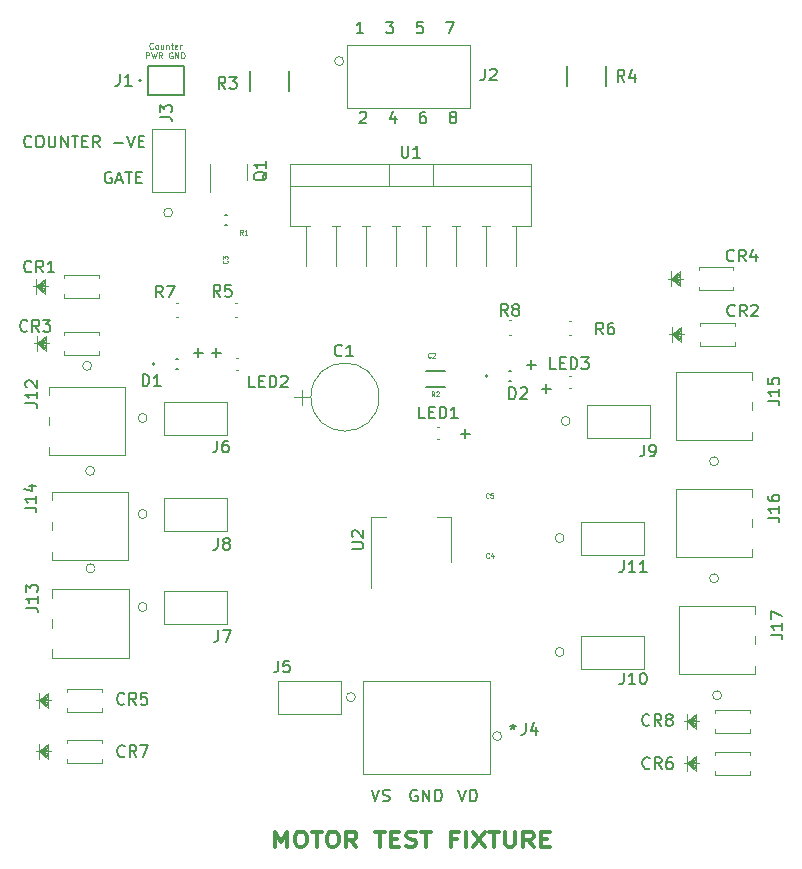
<source format=gto>
%TF.GenerationSoftware,KiCad,Pcbnew,(6.0.9)*%
%TF.CreationDate,2022-12-21T18:09:38-05:00*%
%TF.ProjectId,MotorTestingFixture,4d6f746f-7254-4657-9374-696e67466978,v1*%
%TF.SameCoordinates,Original*%
%TF.FileFunction,Legend,Top*%
%TF.FilePolarity,Positive*%
%FSLAX46Y46*%
G04 Gerber Fmt 4.6, Leading zero omitted, Abs format (unit mm)*
G04 Created by KiCad (PCBNEW (6.0.9)) date 2022-12-21 18:09:38*
%MOMM*%
%LPD*%
G01*
G04 APERTURE LIST*
%ADD10C,0.150000*%
%ADD11C,0.300000*%
%ADD12C,0.100000*%
%ADD13C,0.098425*%
%ADD14C,0.103985*%
%ADD15C,0.120000*%
%ADD16C,0.127000*%
%ADD17C,0.200000*%
G04 APERTURE END LIST*
D10*
X127285714Y-42870380D02*
X126714285Y-42870380D01*
X127000000Y-42870380D02*
X127000000Y-41870380D01*
X126904761Y-42013238D01*
X126809523Y-42108476D01*
X126714285Y-42156095D01*
X127968476Y-106894380D02*
X128301809Y-107894380D01*
X128635142Y-106894380D01*
X128920857Y-107846761D02*
X129063714Y-107894380D01*
X129301809Y-107894380D01*
X129397047Y-107846761D01*
X129444666Y-107799142D01*
X129492285Y-107703904D01*
X129492285Y-107608666D01*
X129444666Y-107513428D01*
X129397047Y-107465809D01*
X129301809Y-107418190D01*
X129111333Y-107370571D01*
X129016095Y-107322952D01*
X128968476Y-107275333D01*
X128920857Y-107180095D01*
X128920857Y-107084857D01*
X128968476Y-106989619D01*
X129016095Y-106942000D01*
X129111333Y-106894380D01*
X129349428Y-106894380D01*
X129492285Y-106942000D01*
X126968285Y-49585619D02*
X127015904Y-49538000D01*
X127111142Y-49490380D01*
X127349238Y-49490380D01*
X127444476Y-49538000D01*
X127492095Y-49585619D01*
X127539714Y-49680857D01*
X127539714Y-49776095D01*
X127492095Y-49918952D01*
X126920666Y-50490380D01*
X127539714Y-50490380D01*
X134286666Y-41870380D02*
X134953333Y-41870380D01*
X134524761Y-42870380D01*
X105934000Y-54618000D02*
X105838761Y-54570380D01*
X105695904Y-54570380D01*
X105553047Y-54618000D01*
X105457809Y-54713238D01*
X105410190Y-54808476D01*
X105362571Y-54998952D01*
X105362571Y-55141809D01*
X105410190Y-55332285D01*
X105457809Y-55427523D01*
X105553047Y-55522761D01*
X105695904Y-55570380D01*
X105791142Y-55570380D01*
X105934000Y-55522761D01*
X105981619Y-55475142D01*
X105981619Y-55141809D01*
X105791142Y-55141809D01*
X106362571Y-55284666D02*
X106838761Y-55284666D01*
X106267333Y-55570380D02*
X106600666Y-54570380D01*
X106934000Y-55570380D01*
X107124476Y-54570380D02*
X107695904Y-54570380D01*
X107410190Y-55570380D02*
X107410190Y-54570380D01*
X108029238Y-55046571D02*
X108362571Y-55046571D01*
X108505428Y-55570380D02*
X108029238Y-55570380D01*
X108029238Y-54570380D01*
X108505428Y-54570380D01*
D11*
X119828571Y-111715476D02*
X119828571Y-110465476D01*
X120328571Y-111358333D01*
X120828571Y-110465476D01*
X120828571Y-111715476D01*
X121828571Y-110465476D02*
X122114285Y-110465476D01*
X122257142Y-110525000D01*
X122400000Y-110644047D01*
X122471428Y-110882142D01*
X122471428Y-111298809D01*
X122400000Y-111536904D01*
X122257142Y-111655952D01*
X122114285Y-111715476D01*
X121828571Y-111715476D01*
X121685714Y-111655952D01*
X121542857Y-111536904D01*
X121471428Y-111298809D01*
X121471428Y-110882142D01*
X121542857Y-110644047D01*
X121685714Y-110525000D01*
X121828571Y-110465476D01*
X122900000Y-110465476D02*
X123757142Y-110465476D01*
X123328571Y-111715476D02*
X123328571Y-110465476D01*
X124542857Y-110465476D02*
X124828571Y-110465476D01*
X124971428Y-110525000D01*
X125114285Y-110644047D01*
X125185714Y-110882142D01*
X125185714Y-111298809D01*
X125114285Y-111536904D01*
X124971428Y-111655952D01*
X124828571Y-111715476D01*
X124542857Y-111715476D01*
X124400000Y-111655952D01*
X124257142Y-111536904D01*
X124185714Y-111298809D01*
X124185714Y-110882142D01*
X124257142Y-110644047D01*
X124400000Y-110525000D01*
X124542857Y-110465476D01*
X126685714Y-111715476D02*
X126185714Y-111120238D01*
X125828571Y-111715476D02*
X125828571Y-110465476D01*
X126400000Y-110465476D01*
X126542857Y-110525000D01*
X126614285Y-110584523D01*
X126685714Y-110703571D01*
X126685714Y-110882142D01*
X126614285Y-111001190D01*
X126542857Y-111060714D01*
X126400000Y-111120238D01*
X125828571Y-111120238D01*
X128257142Y-110465476D02*
X129114285Y-110465476D01*
X128685714Y-111715476D02*
X128685714Y-110465476D01*
X129614285Y-111060714D02*
X130114285Y-111060714D01*
X130328571Y-111715476D02*
X129614285Y-111715476D01*
X129614285Y-110465476D01*
X130328571Y-110465476D01*
X130900000Y-111655952D02*
X131114285Y-111715476D01*
X131471428Y-111715476D01*
X131614285Y-111655952D01*
X131685714Y-111596428D01*
X131757142Y-111477380D01*
X131757142Y-111358333D01*
X131685714Y-111239285D01*
X131614285Y-111179761D01*
X131471428Y-111120238D01*
X131185714Y-111060714D01*
X131042857Y-111001190D01*
X130971428Y-110941666D01*
X130900000Y-110822619D01*
X130900000Y-110703571D01*
X130971428Y-110584523D01*
X131042857Y-110525000D01*
X131185714Y-110465476D01*
X131542857Y-110465476D01*
X131757142Y-110525000D01*
X132185714Y-110465476D02*
X133042857Y-110465476D01*
X132614285Y-111715476D02*
X132614285Y-110465476D01*
X135185714Y-111060714D02*
X134685714Y-111060714D01*
X134685714Y-111715476D02*
X134685714Y-110465476D01*
X135400000Y-110465476D01*
X135971428Y-111715476D02*
X135971428Y-110465476D01*
X136542857Y-110465476D02*
X137542857Y-111715476D01*
X137542857Y-110465476D02*
X136542857Y-111715476D01*
X137900000Y-110465476D02*
X138757142Y-110465476D01*
X138328571Y-111715476D02*
X138328571Y-110465476D01*
X139257142Y-110465476D02*
X139257142Y-111477380D01*
X139328571Y-111596428D01*
X139400000Y-111655952D01*
X139542857Y-111715476D01*
X139828571Y-111715476D01*
X139971428Y-111655952D01*
X140042857Y-111596428D01*
X140114285Y-111477380D01*
X140114285Y-110465476D01*
X141685714Y-111715476D02*
X141185714Y-111120238D01*
X140828571Y-111715476D02*
X140828571Y-110465476D01*
X141400000Y-110465476D01*
X141542857Y-110525000D01*
X141614285Y-110584523D01*
X141685714Y-110703571D01*
X141685714Y-110882142D01*
X141614285Y-111001190D01*
X141542857Y-111060714D01*
X141400000Y-111120238D01*
X140828571Y-111120238D01*
X142328571Y-111060714D02*
X142828571Y-111060714D01*
X143042857Y-111715476D02*
X142328571Y-111715476D01*
X142328571Y-110465476D01*
X143042857Y-110465476D01*
D10*
X135310666Y-106894380D02*
X135644000Y-107894380D01*
X135977333Y-106894380D01*
X136310666Y-107894380D02*
X136310666Y-106894380D01*
X136548761Y-106894380D01*
X136691619Y-106942000D01*
X136786857Y-107037238D01*
X136834476Y-107132476D01*
X136882095Y-107322952D01*
X136882095Y-107465809D01*
X136834476Y-107656285D01*
X136786857Y-107751523D01*
X136691619Y-107846761D01*
X136548761Y-107894380D01*
X136310666Y-107894380D01*
X129984476Y-49823714D02*
X129984476Y-50490380D01*
X129746380Y-49442761D02*
X129508285Y-50157047D01*
X130127333Y-50157047D01*
X141097047Y-70937428D02*
X141858952Y-70937428D01*
X141478000Y-71318380D02*
X141478000Y-70556476D01*
X142367047Y-72969428D02*
X143128952Y-72969428D01*
X142748000Y-73350380D02*
X142748000Y-72588476D01*
X113664952Y-69921428D02*
X112903047Y-69921428D01*
X113284000Y-70302380D02*
X113284000Y-69540476D01*
X99155809Y-52427142D02*
X99108190Y-52474761D01*
X98965333Y-52522380D01*
X98870095Y-52522380D01*
X98727238Y-52474761D01*
X98632000Y-52379523D01*
X98584380Y-52284285D01*
X98536761Y-52093809D01*
X98536761Y-51950952D01*
X98584380Y-51760476D01*
X98632000Y-51665238D01*
X98727238Y-51570000D01*
X98870095Y-51522380D01*
X98965333Y-51522380D01*
X99108190Y-51570000D01*
X99155809Y-51617619D01*
X99774857Y-51522380D02*
X99965333Y-51522380D01*
X100060571Y-51570000D01*
X100155809Y-51665238D01*
X100203428Y-51855714D01*
X100203428Y-52189047D01*
X100155809Y-52379523D01*
X100060571Y-52474761D01*
X99965333Y-52522380D01*
X99774857Y-52522380D01*
X99679619Y-52474761D01*
X99584380Y-52379523D01*
X99536761Y-52189047D01*
X99536761Y-51855714D01*
X99584380Y-51665238D01*
X99679619Y-51570000D01*
X99774857Y-51522380D01*
X100632000Y-51522380D02*
X100632000Y-52331904D01*
X100679619Y-52427142D01*
X100727238Y-52474761D01*
X100822476Y-52522380D01*
X101012952Y-52522380D01*
X101108190Y-52474761D01*
X101155809Y-52427142D01*
X101203428Y-52331904D01*
X101203428Y-51522380D01*
X101679619Y-52522380D02*
X101679619Y-51522380D01*
X102251047Y-52522380D01*
X102251047Y-51522380D01*
X102584380Y-51522380D02*
X103155809Y-51522380D01*
X102870095Y-52522380D02*
X102870095Y-51522380D01*
X103489142Y-51998571D02*
X103822476Y-51998571D01*
X103965333Y-52522380D02*
X103489142Y-52522380D01*
X103489142Y-51522380D01*
X103965333Y-51522380D01*
X104965333Y-52522380D02*
X104632000Y-52046190D01*
X104393904Y-52522380D02*
X104393904Y-51522380D01*
X104774857Y-51522380D01*
X104870095Y-51570000D01*
X104917714Y-51617619D01*
X104965333Y-51712857D01*
X104965333Y-51855714D01*
X104917714Y-51950952D01*
X104870095Y-51998571D01*
X104774857Y-52046190D01*
X104393904Y-52046190D01*
X106155809Y-52141428D02*
X106917714Y-52141428D01*
X107251047Y-51522380D02*
X107584380Y-52522380D01*
X107917714Y-51522380D01*
X108251047Y-51998571D02*
X108584380Y-51998571D01*
X108727238Y-52522380D02*
X108251047Y-52522380D01*
X108251047Y-51522380D01*
X108727238Y-51522380D01*
X115188952Y-69921428D02*
X114427047Y-69921428D01*
X114808000Y-70302380D02*
X114808000Y-69540476D01*
X134778761Y-49918952D02*
X134683523Y-49871333D01*
X134635904Y-49823714D01*
X134588285Y-49728476D01*
X134588285Y-49680857D01*
X134635904Y-49585619D01*
X134683523Y-49538000D01*
X134778761Y-49490380D01*
X134969238Y-49490380D01*
X135064476Y-49538000D01*
X135112095Y-49585619D01*
X135159714Y-49680857D01*
X135159714Y-49728476D01*
X135112095Y-49823714D01*
X135064476Y-49871333D01*
X134969238Y-49918952D01*
X134778761Y-49918952D01*
X134683523Y-49966571D01*
X134635904Y-50014190D01*
X134588285Y-50109428D01*
X134588285Y-50299904D01*
X134635904Y-50395142D01*
X134683523Y-50442761D01*
X134778761Y-50490380D01*
X134969238Y-50490380D01*
X135064476Y-50442761D01*
X135112095Y-50395142D01*
X135159714Y-50299904D01*
X135159714Y-50109428D01*
X135112095Y-50014190D01*
X135064476Y-49966571D01*
X134969238Y-49918952D01*
X129206666Y-41870380D02*
X129825714Y-41870380D01*
X129492380Y-42251333D01*
X129635238Y-42251333D01*
X129730476Y-42298952D01*
X129778095Y-42346571D01*
X129825714Y-42441809D01*
X129825714Y-42679904D01*
X129778095Y-42775142D01*
X129730476Y-42822761D01*
X129635238Y-42870380D01*
X129349523Y-42870380D01*
X129254285Y-42822761D01*
X129206666Y-42775142D01*
X132318095Y-41870380D02*
X131841904Y-41870380D01*
X131794285Y-42346571D01*
X131841904Y-42298952D01*
X131937142Y-42251333D01*
X132175238Y-42251333D01*
X132270476Y-42298952D01*
X132318095Y-42346571D01*
X132365714Y-42441809D01*
X132365714Y-42679904D01*
X132318095Y-42775142D01*
X132270476Y-42822761D01*
X132175238Y-42870380D01*
X131937142Y-42870380D01*
X131841904Y-42822761D01*
X131794285Y-42775142D01*
X132524476Y-49490380D02*
X132334000Y-49490380D01*
X132238761Y-49538000D01*
X132191142Y-49585619D01*
X132095904Y-49728476D01*
X132048285Y-49918952D01*
X132048285Y-50299904D01*
X132095904Y-50395142D01*
X132143523Y-50442761D01*
X132238761Y-50490380D01*
X132429238Y-50490380D01*
X132524476Y-50442761D01*
X132572095Y-50395142D01*
X132619714Y-50299904D01*
X132619714Y-50061809D01*
X132572095Y-49966571D01*
X132524476Y-49918952D01*
X132429238Y-49871333D01*
X132238761Y-49871333D01*
X132143523Y-49918952D01*
X132095904Y-49966571D01*
X132048285Y-50061809D01*
D12*
X109464285Y-44126071D02*
X109440476Y-44149880D01*
X109369047Y-44173690D01*
X109321428Y-44173690D01*
X109250000Y-44149880D01*
X109202380Y-44102261D01*
X109178571Y-44054642D01*
X109154761Y-43959404D01*
X109154761Y-43887976D01*
X109178571Y-43792738D01*
X109202380Y-43745119D01*
X109250000Y-43697500D01*
X109321428Y-43673690D01*
X109369047Y-43673690D01*
X109440476Y-43697500D01*
X109464285Y-43721309D01*
X109750000Y-44173690D02*
X109702380Y-44149880D01*
X109678571Y-44126071D01*
X109654761Y-44078452D01*
X109654761Y-43935595D01*
X109678571Y-43887976D01*
X109702380Y-43864166D01*
X109750000Y-43840357D01*
X109821428Y-43840357D01*
X109869047Y-43864166D01*
X109892857Y-43887976D01*
X109916666Y-43935595D01*
X109916666Y-44078452D01*
X109892857Y-44126071D01*
X109869047Y-44149880D01*
X109821428Y-44173690D01*
X109750000Y-44173690D01*
X110345238Y-43840357D02*
X110345238Y-44173690D01*
X110130952Y-43840357D02*
X110130952Y-44102261D01*
X110154761Y-44149880D01*
X110202380Y-44173690D01*
X110273809Y-44173690D01*
X110321428Y-44149880D01*
X110345238Y-44126071D01*
X110583333Y-43840357D02*
X110583333Y-44173690D01*
X110583333Y-43887976D02*
X110607142Y-43864166D01*
X110654761Y-43840357D01*
X110726190Y-43840357D01*
X110773809Y-43864166D01*
X110797619Y-43911785D01*
X110797619Y-44173690D01*
X110964285Y-43840357D02*
X111154761Y-43840357D01*
X111035714Y-43673690D02*
X111035714Y-44102261D01*
X111059523Y-44149880D01*
X111107142Y-44173690D01*
X111154761Y-44173690D01*
X111511904Y-44149880D02*
X111464285Y-44173690D01*
X111369047Y-44173690D01*
X111321428Y-44149880D01*
X111297619Y-44102261D01*
X111297619Y-43911785D01*
X111321428Y-43864166D01*
X111369047Y-43840357D01*
X111464285Y-43840357D01*
X111511904Y-43864166D01*
X111535714Y-43911785D01*
X111535714Y-43959404D01*
X111297619Y-44007023D01*
X111750000Y-44173690D02*
X111750000Y-43840357D01*
X111750000Y-43935595D02*
X111773809Y-43887976D01*
X111797619Y-43864166D01*
X111845238Y-43840357D01*
X111892857Y-43840357D01*
X108880952Y-44978690D02*
X108880952Y-44478690D01*
X109071428Y-44478690D01*
X109119047Y-44502500D01*
X109142857Y-44526309D01*
X109166666Y-44573928D01*
X109166666Y-44645357D01*
X109142857Y-44692976D01*
X109119047Y-44716785D01*
X109071428Y-44740595D01*
X108880952Y-44740595D01*
X109333333Y-44478690D02*
X109452380Y-44978690D01*
X109547619Y-44621547D01*
X109642857Y-44978690D01*
X109761904Y-44478690D01*
X110238095Y-44978690D02*
X110071428Y-44740595D01*
X109952380Y-44978690D02*
X109952380Y-44478690D01*
X110142857Y-44478690D01*
X110190476Y-44502500D01*
X110214285Y-44526309D01*
X110238095Y-44573928D01*
X110238095Y-44645357D01*
X110214285Y-44692976D01*
X110190476Y-44716785D01*
X110142857Y-44740595D01*
X109952380Y-44740595D01*
X111095238Y-44502500D02*
X111047619Y-44478690D01*
X110976190Y-44478690D01*
X110904761Y-44502500D01*
X110857142Y-44550119D01*
X110833333Y-44597738D01*
X110809523Y-44692976D01*
X110809523Y-44764404D01*
X110833333Y-44859642D01*
X110857142Y-44907261D01*
X110904761Y-44954880D01*
X110976190Y-44978690D01*
X111023809Y-44978690D01*
X111095238Y-44954880D01*
X111119047Y-44931071D01*
X111119047Y-44764404D01*
X111023809Y-44764404D01*
X111333333Y-44978690D02*
X111333333Y-44478690D01*
X111619047Y-44978690D01*
X111619047Y-44478690D01*
X111857142Y-44978690D02*
X111857142Y-44478690D01*
X111976190Y-44478690D01*
X112047619Y-44502500D01*
X112095238Y-44550119D01*
X112119047Y-44597738D01*
X112142857Y-44692976D01*
X112142857Y-44764404D01*
X112119047Y-44859642D01*
X112095238Y-44907261D01*
X112047619Y-44954880D01*
X111976190Y-44978690D01*
X111857142Y-44978690D01*
D10*
X131826095Y-106942000D02*
X131730857Y-106894380D01*
X131588000Y-106894380D01*
X131445142Y-106942000D01*
X131349904Y-107037238D01*
X131302285Y-107132476D01*
X131254666Y-107322952D01*
X131254666Y-107465809D01*
X131302285Y-107656285D01*
X131349904Y-107751523D01*
X131445142Y-107846761D01*
X131588000Y-107894380D01*
X131683238Y-107894380D01*
X131826095Y-107846761D01*
X131873714Y-107799142D01*
X131873714Y-107465809D01*
X131683238Y-107465809D01*
X132302285Y-107894380D02*
X132302285Y-106894380D01*
X132873714Y-107894380D01*
X132873714Y-106894380D01*
X133349904Y-107894380D02*
X133349904Y-106894380D01*
X133588000Y-106894380D01*
X133730857Y-106942000D01*
X133826095Y-107037238D01*
X133873714Y-107132476D01*
X133921333Y-107322952D01*
X133921333Y-107465809D01*
X133873714Y-107656285D01*
X133826095Y-107751523D01*
X133730857Y-107846761D01*
X133588000Y-107894380D01*
X133349904Y-107894380D01*
X135509047Y-76779428D02*
X136270952Y-76779428D01*
X135890000Y-77160380D02*
X135890000Y-76398476D01*
%TO.C,J4*%
X141024667Y-101244380D02*
X141024667Y-101958666D01*
X140977048Y-102101523D01*
X140881810Y-102196761D01*
X140738953Y-102244380D01*
X140643715Y-102244380D01*
X141929429Y-101577714D02*
X141929429Y-102244380D01*
X141691334Y-101196761D02*
X141453239Y-101911047D01*
X142072286Y-101911047D01*
X139918001Y-101344380D02*
X139918001Y-101582476D01*
X139679905Y-101487238D02*
X139918001Y-101582476D01*
X140156096Y-101487238D01*
X139775143Y-101772952D02*
X139918001Y-101582476D01*
X140060858Y-101772952D01*
D13*
%TO.C,C3*%
X115744607Y-62103616D02*
X115763355Y-62122364D01*
X115782102Y-62178607D01*
X115782102Y-62216102D01*
X115763355Y-62272345D01*
X115725859Y-62309841D01*
X115688364Y-62328588D01*
X115613373Y-62347336D01*
X115557130Y-62347336D01*
X115482140Y-62328588D01*
X115444644Y-62309841D01*
X115407149Y-62272345D01*
X115388401Y-62216102D01*
X115388401Y-62178607D01*
X115407149Y-62122364D01*
X115425897Y-62103616D01*
X115388401Y-61972383D02*
X115388401Y-61728663D01*
X115538383Y-61859897D01*
X115538383Y-61803654D01*
X115557130Y-61766158D01*
X115575878Y-61747411D01*
X115613373Y-61728663D01*
X115707112Y-61728663D01*
X115744607Y-61747411D01*
X115763355Y-61766158D01*
X115782102Y-61803654D01*
X115782102Y-61916140D01*
X115763355Y-61953635D01*
X115744607Y-61972383D01*
D10*
%TO.C,D2*%
X139629777Y-73835684D02*
X139629777Y-72832802D01*
X139868559Y-72832802D01*
X140011827Y-72880559D01*
X140107340Y-72976071D01*
X140155096Y-73071584D01*
X140202853Y-73262609D01*
X140202853Y-73405878D01*
X140155096Y-73596903D01*
X140107340Y-73692415D01*
X140011827Y-73787928D01*
X139868559Y-73835684D01*
X139629777Y-73835684D01*
X140584903Y-72928315D02*
X140632659Y-72880559D01*
X140728172Y-72832802D01*
X140966953Y-72832802D01*
X141062466Y-72880559D01*
X141110222Y-72928315D01*
X141157978Y-73023827D01*
X141157978Y-73119340D01*
X141110222Y-73262609D01*
X140537147Y-73835684D01*
X141157978Y-73835684D01*
%TO.C,CR4*%
X158652733Y-62080492D02*
X158605114Y-62128111D01*
X158462257Y-62175730D01*
X158367019Y-62175730D01*
X158224161Y-62128111D01*
X158128923Y-62032873D01*
X158081304Y-61937635D01*
X158033685Y-61747159D01*
X158033685Y-61604302D01*
X158081304Y-61413826D01*
X158128923Y-61318588D01*
X158224161Y-61223350D01*
X158367019Y-61175730D01*
X158462257Y-61175730D01*
X158605114Y-61223350D01*
X158652733Y-61270969D01*
X159652733Y-62175730D02*
X159319400Y-61699540D01*
X159081304Y-62175730D02*
X159081304Y-61175730D01*
X159462257Y-61175730D01*
X159557495Y-61223350D01*
X159605114Y-61270969D01*
X159652733Y-61366207D01*
X159652733Y-61509064D01*
X159605114Y-61604302D01*
X159557495Y-61651921D01*
X159462257Y-61699540D01*
X159081304Y-61699540D01*
X160509876Y-61509064D02*
X160509876Y-62175730D01*
X160271780Y-61128111D02*
X160033685Y-61842397D01*
X160652733Y-61842397D01*
%TO.C,C1*%
X125457333Y-70127142D02*
X125409714Y-70174761D01*
X125266857Y-70222380D01*
X125171619Y-70222380D01*
X125028761Y-70174761D01*
X124933523Y-70079523D01*
X124885904Y-69984285D01*
X124838285Y-69793809D01*
X124838285Y-69650952D01*
X124885904Y-69460476D01*
X124933523Y-69365238D01*
X125028761Y-69270000D01*
X125171619Y-69222380D01*
X125266857Y-69222380D01*
X125409714Y-69270000D01*
X125457333Y-69317619D01*
X126409714Y-70222380D02*
X125838285Y-70222380D01*
X126124000Y-70222380D02*
X126124000Y-69222380D01*
X126028761Y-69365238D01*
X125933523Y-69460476D01*
X125838285Y-69508095D01*
%TO.C,LED3*%
X143580952Y-71292380D02*
X143104761Y-71292380D01*
X143104761Y-70292380D01*
X143914285Y-70768571D02*
X144247619Y-70768571D01*
X144390476Y-71292380D02*
X143914285Y-71292380D01*
X143914285Y-70292380D01*
X144390476Y-70292380D01*
X144819047Y-71292380D02*
X144819047Y-70292380D01*
X145057142Y-70292380D01*
X145200000Y-70340000D01*
X145295238Y-70435238D01*
X145342857Y-70530476D01*
X145390476Y-70720952D01*
X145390476Y-70863809D01*
X145342857Y-71054285D01*
X145295238Y-71149523D01*
X145200000Y-71244761D01*
X145057142Y-71292380D01*
X144819047Y-71292380D01*
X145723809Y-70292380D02*
X146342857Y-70292380D01*
X146009523Y-70673333D01*
X146152380Y-70673333D01*
X146247619Y-70720952D01*
X146295238Y-70768571D01*
X146342857Y-70863809D01*
X146342857Y-71101904D01*
X146295238Y-71197142D01*
X146247619Y-71244761D01*
X146152380Y-71292380D01*
X145866666Y-71292380D01*
X145771428Y-71244761D01*
X145723809Y-71197142D01*
%TO.C,J10*%
X149304476Y-96988380D02*
X149304476Y-97702666D01*
X149256857Y-97845523D01*
X149161619Y-97940761D01*
X149018761Y-97988380D01*
X148923523Y-97988380D01*
X150304476Y-97988380D02*
X149733047Y-97988380D01*
X150018761Y-97988380D02*
X150018761Y-96988380D01*
X149923523Y-97131238D01*
X149828285Y-97226476D01*
X149733047Y-97274095D01*
X150923523Y-96988380D02*
X151018761Y-96988380D01*
X151114000Y-97036000D01*
X151161619Y-97083619D01*
X151209238Y-97178857D01*
X151256857Y-97369333D01*
X151256857Y-97607428D01*
X151209238Y-97797904D01*
X151161619Y-97893142D01*
X151114000Y-97940761D01*
X151018761Y-97988380D01*
X150923523Y-97988380D01*
X150828285Y-97940761D01*
X150780666Y-97893142D01*
X150733047Y-97797904D01*
X150685428Y-97607428D01*
X150685428Y-97369333D01*
X150733047Y-97178857D01*
X150780666Y-97083619D01*
X150828285Y-97036000D01*
X150923523Y-96988380D01*
%TO.C,J13*%
X98699881Y-91486523D02*
X99414167Y-91486523D01*
X99557024Y-91534142D01*
X99652262Y-91629380D01*
X99699881Y-91772238D01*
X99699881Y-91867476D01*
X99699881Y-90486523D02*
X99699881Y-91057952D01*
X99699881Y-90772238D02*
X98699881Y-90772238D01*
X98842739Y-90867476D01*
X98937977Y-90962714D01*
X98985596Y-91057952D01*
X98699881Y-90153190D02*
X98699881Y-89534142D01*
X99080834Y-89867476D01*
X99080834Y-89724619D01*
X99128453Y-89629380D01*
X99176072Y-89581761D01*
X99271310Y-89534142D01*
X99509405Y-89534142D01*
X99604643Y-89581761D01*
X99652262Y-89629380D01*
X99699881Y-89724619D01*
X99699881Y-90010333D01*
X99652262Y-90105571D01*
X99604643Y-90153190D01*
%TO.C,U1*%
X130518095Y-52382380D02*
X130518095Y-53191904D01*
X130565714Y-53287142D01*
X130613333Y-53334761D01*
X130708571Y-53382380D01*
X130899047Y-53382380D01*
X130994285Y-53334761D01*
X131041904Y-53287142D01*
X131089523Y-53191904D01*
X131089523Y-52382380D01*
X132089523Y-53382380D02*
X131518095Y-53382380D01*
X131803809Y-53382380D02*
X131803809Y-52382380D01*
X131708571Y-52525238D01*
X131613333Y-52620476D01*
X131518095Y-52668095D01*
D13*
%TO.C,C2*%
X132968383Y-70278607D02*
X132949635Y-70297355D01*
X132893392Y-70316102D01*
X132855897Y-70316102D01*
X132799654Y-70297355D01*
X132762158Y-70259859D01*
X132743411Y-70222364D01*
X132724663Y-70147373D01*
X132724663Y-70091130D01*
X132743411Y-70016140D01*
X132762158Y-69978644D01*
X132799654Y-69941149D01*
X132855897Y-69922401D01*
X132893392Y-69922401D01*
X132949635Y-69941149D01*
X132968383Y-69959897D01*
X133118364Y-69959897D02*
X133137112Y-69941149D01*
X133174607Y-69922401D01*
X133268345Y-69922401D01*
X133305841Y-69941149D01*
X133324588Y-69959897D01*
X133343336Y-69997392D01*
X133343336Y-70034887D01*
X133324588Y-70091130D01*
X133099616Y-70316102D01*
X133343336Y-70316102D01*
D10*
%TO.C,J15*%
X161504380Y-73961523D02*
X162218666Y-73961523D01*
X162361523Y-74009142D01*
X162456761Y-74104380D01*
X162504380Y-74247238D01*
X162504380Y-74342476D01*
X162504380Y-72961523D02*
X162504380Y-73532952D01*
X162504380Y-73247238D02*
X161504380Y-73247238D01*
X161647238Y-73342476D01*
X161742476Y-73437714D01*
X161790095Y-73532952D01*
X161504380Y-72056761D02*
X161504380Y-72532952D01*
X161980571Y-72580571D01*
X161932952Y-72532952D01*
X161885333Y-72437714D01*
X161885333Y-72199619D01*
X161932952Y-72104380D01*
X161980571Y-72056761D01*
X162075809Y-72009142D01*
X162313904Y-72009142D01*
X162409142Y-72056761D01*
X162456761Y-72104380D01*
X162504380Y-72199619D01*
X162504380Y-72437714D01*
X162456761Y-72532952D01*
X162409142Y-72580571D01*
D13*
%TO.C,C5*%
X137882383Y-82148607D02*
X137863635Y-82167355D01*
X137807392Y-82186102D01*
X137769897Y-82186102D01*
X137713654Y-82167355D01*
X137676158Y-82129859D01*
X137657411Y-82092364D01*
X137638663Y-82017373D01*
X137638663Y-81961130D01*
X137657411Y-81886140D01*
X137676158Y-81848644D01*
X137713654Y-81811149D01*
X137769897Y-81792401D01*
X137807392Y-81792401D01*
X137863635Y-81811149D01*
X137882383Y-81829897D01*
X138238588Y-81792401D02*
X138051112Y-81792401D01*
X138032364Y-81979878D01*
X138051112Y-81961130D01*
X138088607Y-81942383D01*
X138182345Y-81942383D01*
X138219841Y-81961130D01*
X138238588Y-81979878D01*
X138257336Y-82017373D01*
X138257336Y-82111112D01*
X138238588Y-82148607D01*
X138219841Y-82167355D01*
X138182345Y-82186102D01*
X138088607Y-82186102D01*
X138051112Y-82167355D01*
X138032364Y-82148607D01*
D10*
%TO.C,Q1*%
X119097619Y-54595238D02*
X119050000Y-54690476D01*
X118954761Y-54785714D01*
X118811904Y-54928571D01*
X118764285Y-55023809D01*
X118764285Y-55119047D01*
X119002380Y-55071428D02*
X118954761Y-55166666D01*
X118859523Y-55261904D01*
X118669047Y-55309523D01*
X118335714Y-55309523D01*
X118145238Y-55261904D01*
X118050000Y-55166666D01*
X118002380Y-55071428D01*
X118002380Y-54880952D01*
X118050000Y-54785714D01*
X118145238Y-54690476D01*
X118335714Y-54642857D01*
X118669047Y-54642857D01*
X118859523Y-54690476D01*
X118954761Y-54785714D01*
X119002380Y-54880952D01*
X119002380Y-55071428D01*
X119002380Y-53690476D02*
X119002380Y-54261904D01*
X119002380Y-53976190D02*
X118002380Y-53976190D01*
X118145238Y-54071428D01*
X118240476Y-54166666D01*
X118288095Y-54261904D01*
%TO.C,CR7*%
X107065333Y-104049142D02*
X107017714Y-104096761D01*
X106874857Y-104144380D01*
X106779619Y-104144380D01*
X106636761Y-104096761D01*
X106541523Y-104001523D01*
X106493904Y-103906285D01*
X106446285Y-103715809D01*
X106446285Y-103572952D01*
X106493904Y-103382476D01*
X106541523Y-103287238D01*
X106636761Y-103192000D01*
X106779619Y-103144380D01*
X106874857Y-103144380D01*
X107017714Y-103192000D01*
X107065333Y-103239619D01*
X108065333Y-104144380D02*
X107732000Y-103668190D01*
X107493904Y-104144380D02*
X107493904Y-103144380D01*
X107874857Y-103144380D01*
X107970095Y-103192000D01*
X108017714Y-103239619D01*
X108065333Y-103334857D01*
X108065333Y-103477714D01*
X108017714Y-103572952D01*
X107970095Y-103620571D01*
X107874857Y-103668190D01*
X107493904Y-103668190D01*
X108398666Y-103144380D02*
X109065333Y-103144380D01*
X108636761Y-104144380D01*
%TO.C,J11*%
X149304476Y-87483880D02*
X149304476Y-88198166D01*
X149256857Y-88341023D01*
X149161619Y-88436261D01*
X149018761Y-88483880D01*
X148923523Y-88483880D01*
X150304476Y-88483880D02*
X149733047Y-88483880D01*
X150018761Y-88483880D02*
X150018761Y-87483880D01*
X149923523Y-87626738D01*
X149828285Y-87721976D01*
X149733047Y-87769595D01*
X151256857Y-88483880D02*
X150685428Y-88483880D01*
X150971142Y-88483880D02*
X150971142Y-87483880D01*
X150875904Y-87626738D01*
X150780666Y-87721976D01*
X150685428Y-87769595D01*
%TO.C,CR3*%
X98822133Y-68035142D02*
X98774514Y-68082761D01*
X98631657Y-68130380D01*
X98536419Y-68130380D01*
X98393561Y-68082761D01*
X98298323Y-67987523D01*
X98250704Y-67892285D01*
X98203085Y-67701809D01*
X98203085Y-67558952D01*
X98250704Y-67368476D01*
X98298323Y-67273238D01*
X98393561Y-67178000D01*
X98536419Y-67130380D01*
X98631657Y-67130380D01*
X98774514Y-67178000D01*
X98822133Y-67225619D01*
X99822133Y-68130380D02*
X99488800Y-67654190D01*
X99250704Y-68130380D02*
X99250704Y-67130380D01*
X99631657Y-67130380D01*
X99726895Y-67178000D01*
X99774514Y-67225619D01*
X99822133Y-67320857D01*
X99822133Y-67463714D01*
X99774514Y-67558952D01*
X99726895Y-67606571D01*
X99631657Y-67654190D01*
X99250704Y-67654190D01*
X100155466Y-67130380D02*
X100774514Y-67130380D01*
X100441180Y-67511333D01*
X100584038Y-67511333D01*
X100679276Y-67558952D01*
X100726895Y-67606571D01*
X100774514Y-67701809D01*
X100774514Y-67939904D01*
X100726895Y-68035142D01*
X100679276Y-68082761D01*
X100584038Y-68130380D01*
X100298323Y-68130380D01*
X100203085Y-68082761D01*
X100155466Y-68035142D01*
%TO.C,J17*%
X161758380Y-93773523D02*
X162472666Y-93773523D01*
X162615523Y-93821142D01*
X162710761Y-93916380D01*
X162758380Y-94059238D01*
X162758380Y-94154476D01*
X162758380Y-92773523D02*
X162758380Y-93344952D01*
X162758380Y-93059238D02*
X161758380Y-93059238D01*
X161901238Y-93154476D01*
X161996476Y-93249714D01*
X162044095Y-93344952D01*
X161758380Y-92440190D02*
X161758380Y-91773523D01*
X162758380Y-92202095D01*
%TO.C,J7*%
X114996666Y-93362380D02*
X114996666Y-94076666D01*
X114949047Y-94219523D01*
X114853809Y-94314761D01*
X114710952Y-94362380D01*
X114615714Y-94362380D01*
X115377619Y-93362380D02*
X116044285Y-93362380D01*
X115615714Y-94362380D01*
%TO.C,R6*%
X147583333Y-68360380D02*
X147250000Y-67884190D01*
X147011904Y-68360380D02*
X147011904Y-67360380D01*
X147392857Y-67360380D01*
X147488095Y-67408000D01*
X147535714Y-67455619D01*
X147583333Y-67550857D01*
X147583333Y-67693714D01*
X147535714Y-67788952D01*
X147488095Y-67836571D01*
X147392857Y-67884190D01*
X147011904Y-67884190D01*
X148440476Y-67360380D02*
X148250000Y-67360380D01*
X148154761Y-67408000D01*
X148107142Y-67455619D01*
X148011904Y-67598476D01*
X147964285Y-67788952D01*
X147964285Y-68169904D01*
X148011904Y-68265142D01*
X148059523Y-68312761D01*
X148154761Y-68360380D01*
X148345238Y-68360380D01*
X148440476Y-68312761D01*
X148488095Y-68265142D01*
X148535714Y-68169904D01*
X148535714Y-67931809D01*
X148488095Y-67836571D01*
X148440476Y-67788952D01*
X148345238Y-67741333D01*
X148154761Y-67741333D01*
X148059523Y-67788952D01*
X148011904Y-67836571D01*
X147964285Y-67931809D01*
%TO.C,LED2*%
X118096952Y-72838380D02*
X117620761Y-72838380D01*
X117620761Y-71838380D01*
X118430285Y-72314571D02*
X118763619Y-72314571D01*
X118906476Y-72838380D02*
X118430285Y-72838380D01*
X118430285Y-71838380D01*
X118906476Y-71838380D01*
X119335047Y-72838380D02*
X119335047Y-71838380D01*
X119573142Y-71838380D01*
X119716000Y-71886000D01*
X119811238Y-71981238D01*
X119858857Y-72076476D01*
X119906476Y-72266952D01*
X119906476Y-72409809D01*
X119858857Y-72600285D01*
X119811238Y-72695523D01*
X119716000Y-72790761D01*
X119573142Y-72838380D01*
X119335047Y-72838380D01*
X120287428Y-71933619D02*
X120335047Y-71886000D01*
X120430285Y-71838380D01*
X120668380Y-71838380D01*
X120763619Y-71886000D01*
X120811238Y-71933619D01*
X120858857Y-72028857D01*
X120858857Y-72124095D01*
X120811238Y-72266952D01*
X120239809Y-72838380D01*
X120858857Y-72838380D01*
%TO.C,R4*%
X149383333Y-46952380D02*
X149050000Y-46476190D01*
X148811904Y-46952380D02*
X148811904Y-45952380D01*
X149192857Y-45952380D01*
X149288095Y-46000000D01*
X149335714Y-46047619D01*
X149383333Y-46142857D01*
X149383333Y-46285714D01*
X149335714Y-46380952D01*
X149288095Y-46428571D01*
X149192857Y-46476190D01*
X148811904Y-46476190D01*
X150240476Y-46285714D02*
X150240476Y-46952380D01*
X150002380Y-45904761D02*
X149764285Y-46619047D01*
X150383333Y-46619047D01*
%TO.C,J12*%
X98668380Y-74201523D02*
X99382666Y-74201523D01*
X99525523Y-74249142D01*
X99620761Y-74344380D01*
X99668380Y-74487238D01*
X99668380Y-74582476D01*
X99668380Y-73201523D02*
X99668380Y-73772952D01*
X99668380Y-73487238D02*
X98668380Y-73487238D01*
X98811238Y-73582476D01*
X98906476Y-73677714D01*
X98954095Y-73772952D01*
X98763619Y-72820571D02*
X98716000Y-72772952D01*
X98668380Y-72677714D01*
X98668380Y-72439619D01*
X98716000Y-72344380D01*
X98763619Y-72296761D01*
X98858857Y-72249142D01*
X98954095Y-72249142D01*
X99096952Y-72296761D01*
X99668380Y-72868190D01*
X99668380Y-72249142D01*
%TO.C,R5*%
X115165033Y-65166380D02*
X114831700Y-64690190D01*
X114593604Y-65166380D02*
X114593604Y-64166380D01*
X114974557Y-64166380D01*
X115069795Y-64214000D01*
X115117414Y-64261619D01*
X115165033Y-64356857D01*
X115165033Y-64499714D01*
X115117414Y-64594952D01*
X115069795Y-64642571D01*
X114974557Y-64690190D01*
X114593604Y-64690190D01*
X116069795Y-64166380D02*
X115593604Y-64166380D01*
X115545985Y-64642571D01*
X115593604Y-64594952D01*
X115688842Y-64547333D01*
X115926938Y-64547333D01*
X116022176Y-64594952D01*
X116069795Y-64642571D01*
X116117414Y-64737809D01*
X116117414Y-64975904D01*
X116069795Y-65071142D01*
X116022176Y-65118761D01*
X115926938Y-65166380D01*
X115688842Y-65166380D01*
X115593604Y-65118761D01*
X115545985Y-65071142D01*
%TO.C,J1*%
X106666666Y-46302380D02*
X106666666Y-47016666D01*
X106619047Y-47159523D01*
X106523809Y-47254761D01*
X106380952Y-47302380D01*
X106285714Y-47302380D01*
X107666666Y-47302380D02*
X107095238Y-47302380D01*
X107380952Y-47302380D02*
X107380952Y-46302380D01*
X107285714Y-46445238D01*
X107190476Y-46540476D01*
X107095238Y-46588095D01*
%TO.C,LED1*%
X132494952Y-75470380D02*
X132018761Y-75470380D01*
X132018761Y-74470380D01*
X132828285Y-74946571D02*
X133161619Y-74946571D01*
X133304476Y-75470380D02*
X132828285Y-75470380D01*
X132828285Y-74470380D01*
X133304476Y-74470380D01*
X133733047Y-75470380D02*
X133733047Y-74470380D01*
X133971142Y-74470380D01*
X134114000Y-74518000D01*
X134209238Y-74613238D01*
X134256857Y-74708476D01*
X134304476Y-74898952D01*
X134304476Y-75041809D01*
X134256857Y-75232285D01*
X134209238Y-75327523D01*
X134114000Y-75422761D01*
X133971142Y-75470380D01*
X133733047Y-75470380D01*
X135256857Y-75470380D02*
X134685428Y-75470380D01*
X134971142Y-75470380D02*
X134971142Y-74470380D01*
X134875904Y-74613238D01*
X134780666Y-74708476D01*
X134685428Y-74756095D01*
%TO.C,J8*%
X114966666Y-85598380D02*
X114966666Y-86312666D01*
X114919047Y-86455523D01*
X114823809Y-86550761D01*
X114680952Y-86598380D01*
X114585714Y-86598380D01*
X115585714Y-86026952D02*
X115490476Y-85979333D01*
X115442857Y-85931714D01*
X115395238Y-85836476D01*
X115395238Y-85788857D01*
X115442857Y-85693619D01*
X115490476Y-85646000D01*
X115585714Y-85598380D01*
X115776190Y-85598380D01*
X115871428Y-85646000D01*
X115919047Y-85693619D01*
X115966666Y-85788857D01*
X115966666Y-85836476D01*
X115919047Y-85931714D01*
X115871428Y-85979333D01*
X115776190Y-86026952D01*
X115585714Y-86026952D01*
X115490476Y-86074571D01*
X115442857Y-86122190D01*
X115395238Y-86217428D01*
X115395238Y-86407904D01*
X115442857Y-86503142D01*
X115490476Y-86550761D01*
X115585714Y-86598380D01*
X115776190Y-86598380D01*
X115871428Y-86550761D01*
X115919047Y-86503142D01*
X115966666Y-86407904D01*
X115966666Y-86217428D01*
X115919047Y-86122190D01*
X115871428Y-86074571D01*
X115776190Y-86026952D01*
%TO.C,CR1*%
X99161333Y-63009142D02*
X99113714Y-63056761D01*
X98970857Y-63104380D01*
X98875619Y-63104380D01*
X98732761Y-63056761D01*
X98637523Y-62961523D01*
X98589904Y-62866285D01*
X98542285Y-62675809D01*
X98542285Y-62532952D01*
X98589904Y-62342476D01*
X98637523Y-62247238D01*
X98732761Y-62152000D01*
X98875619Y-62104380D01*
X98970857Y-62104380D01*
X99113714Y-62152000D01*
X99161333Y-62199619D01*
X100161333Y-63104380D02*
X99828000Y-62628190D01*
X99589904Y-63104380D02*
X99589904Y-62104380D01*
X99970857Y-62104380D01*
X100066095Y-62152000D01*
X100113714Y-62199619D01*
X100161333Y-62294857D01*
X100161333Y-62437714D01*
X100113714Y-62532952D01*
X100066095Y-62580571D01*
X99970857Y-62628190D01*
X99589904Y-62628190D01*
X101113714Y-63104380D02*
X100542285Y-63104380D01*
X100828000Y-63104380D02*
X100828000Y-62104380D01*
X100732761Y-62247238D01*
X100637523Y-62342476D01*
X100542285Y-62390095D01*
%TO.C,U2*%
X126270380Y-86511904D02*
X127079904Y-86511904D01*
X127175142Y-86464285D01*
X127222761Y-86416666D01*
X127270380Y-86321428D01*
X127270380Y-86130952D01*
X127222761Y-86035714D01*
X127175142Y-85988095D01*
X127079904Y-85940476D01*
X126270380Y-85940476D01*
X126365619Y-85511904D02*
X126318000Y-85464285D01*
X126270380Y-85369047D01*
X126270380Y-85130952D01*
X126318000Y-85035714D01*
X126365619Y-84988095D01*
X126460857Y-84940476D01*
X126556095Y-84940476D01*
X126698952Y-84988095D01*
X127270380Y-85559523D01*
X127270380Y-84940476D01*
%TO.C,J3*%
X110052380Y-49933333D02*
X110766666Y-49933333D01*
X110909523Y-49980952D01*
X111004761Y-50076190D01*
X111052380Y-50219047D01*
X111052380Y-50314285D01*
X110052380Y-49552380D02*
X110052380Y-48933333D01*
X110433333Y-49266666D01*
X110433333Y-49123809D01*
X110480952Y-49028571D01*
X110528571Y-48980952D01*
X110623809Y-48933333D01*
X110861904Y-48933333D01*
X110957142Y-48980952D01*
X111004761Y-49028571D01*
X111052380Y-49123809D01*
X111052380Y-49409523D01*
X111004761Y-49504761D01*
X110957142Y-49552380D01*
%TO.C,D1*%
X108575777Y-72729684D02*
X108575777Y-71726802D01*
X108814559Y-71726802D01*
X108957827Y-71774559D01*
X109053340Y-71870071D01*
X109101096Y-71965584D01*
X109148853Y-72156609D01*
X109148853Y-72299878D01*
X109101096Y-72490903D01*
X109053340Y-72586415D01*
X108957827Y-72681928D01*
X108814559Y-72729684D01*
X108575777Y-72729684D01*
X110103978Y-72729684D02*
X109530903Y-72729684D01*
X109817441Y-72729684D02*
X109817441Y-71726802D01*
X109721928Y-71870071D01*
X109626415Y-71965584D01*
X109530903Y-72013340D01*
%TO.C,R8*%
X139505033Y-66802380D02*
X139171700Y-66326190D01*
X138933604Y-66802380D02*
X138933604Y-65802380D01*
X139314557Y-65802380D01*
X139409795Y-65850000D01*
X139457414Y-65897619D01*
X139505033Y-65992857D01*
X139505033Y-66135714D01*
X139457414Y-66230952D01*
X139409795Y-66278571D01*
X139314557Y-66326190D01*
X138933604Y-66326190D01*
X140076461Y-66230952D02*
X139981223Y-66183333D01*
X139933604Y-66135714D01*
X139885985Y-66040476D01*
X139885985Y-65992857D01*
X139933604Y-65897619D01*
X139981223Y-65850000D01*
X140076461Y-65802380D01*
X140266938Y-65802380D01*
X140362176Y-65850000D01*
X140409795Y-65897619D01*
X140457414Y-65992857D01*
X140457414Y-66040476D01*
X140409795Y-66135714D01*
X140362176Y-66183333D01*
X140266938Y-66230952D01*
X140076461Y-66230952D01*
X139981223Y-66278571D01*
X139933604Y-66326190D01*
X139885985Y-66421428D01*
X139885985Y-66611904D01*
X139933604Y-66707142D01*
X139981223Y-66754761D01*
X140076461Y-66802380D01*
X140266938Y-66802380D01*
X140362176Y-66754761D01*
X140409795Y-66707142D01*
X140457414Y-66611904D01*
X140457414Y-66421428D01*
X140409795Y-66326190D01*
X140362176Y-66278571D01*
X140266938Y-66230952D01*
%TO.C,J5*%
X120062666Y-95972380D02*
X120062666Y-96686666D01*
X120015047Y-96829523D01*
X119919809Y-96924761D01*
X119776952Y-96972380D01*
X119681714Y-96972380D01*
X121015047Y-95972380D02*
X120538857Y-95972380D01*
X120491238Y-96448571D01*
X120538857Y-96400952D01*
X120634095Y-96353333D01*
X120872190Y-96353333D01*
X120967428Y-96400952D01*
X121015047Y-96448571D01*
X121062666Y-96543809D01*
X121062666Y-96781904D01*
X121015047Y-96877142D01*
X120967428Y-96924761D01*
X120872190Y-96972380D01*
X120634095Y-96972380D01*
X120538857Y-96924761D01*
X120491238Y-96877142D01*
%TO.C,J6*%
X114886666Y-77340380D02*
X114886666Y-78054666D01*
X114839047Y-78197523D01*
X114743809Y-78292761D01*
X114600952Y-78340380D01*
X114505714Y-78340380D01*
X115791428Y-77340380D02*
X115600952Y-77340380D01*
X115505714Y-77388000D01*
X115458095Y-77435619D01*
X115362857Y-77578476D01*
X115315238Y-77768952D01*
X115315238Y-78149904D01*
X115362857Y-78245142D01*
X115410476Y-78292761D01*
X115505714Y-78340380D01*
X115696190Y-78340380D01*
X115791428Y-78292761D01*
X115839047Y-78245142D01*
X115886666Y-78149904D01*
X115886666Y-77911809D01*
X115839047Y-77816571D01*
X115791428Y-77768952D01*
X115696190Y-77721333D01*
X115505714Y-77721333D01*
X115410476Y-77768952D01*
X115362857Y-77816571D01*
X115315238Y-77911809D01*
%TO.C,CR5*%
X107035333Y-99611142D02*
X106987714Y-99658761D01*
X106844857Y-99706380D01*
X106749619Y-99706380D01*
X106606761Y-99658761D01*
X106511523Y-99563523D01*
X106463904Y-99468285D01*
X106416285Y-99277809D01*
X106416285Y-99134952D01*
X106463904Y-98944476D01*
X106511523Y-98849238D01*
X106606761Y-98754000D01*
X106749619Y-98706380D01*
X106844857Y-98706380D01*
X106987714Y-98754000D01*
X107035333Y-98801619D01*
X108035333Y-99706380D02*
X107702000Y-99230190D01*
X107463904Y-99706380D02*
X107463904Y-98706380D01*
X107844857Y-98706380D01*
X107940095Y-98754000D01*
X107987714Y-98801619D01*
X108035333Y-98896857D01*
X108035333Y-99039714D01*
X107987714Y-99134952D01*
X107940095Y-99182571D01*
X107844857Y-99230190D01*
X107463904Y-99230190D01*
X108940095Y-98706380D02*
X108463904Y-98706380D01*
X108416285Y-99182571D01*
X108463904Y-99134952D01*
X108559142Y-99087333D01*
X108797238Y-99087333D01*
X108892476Y-99134952D01*
X108940095Y-99182571D01*
X108987714Y-99277809D01*
X108987714Y-99515904D01*
X108940095Y-99611142D01*
X108892476Y-99658761D01*
X108797238Y-99706380D01*
X108559142Y-99706380D01*
X108463904Y-99658761D01*
X108416285Y-99611142D01*
%TO.C,R3*%
X115583333Y-47552380D02*
X115250000Y-47076190D01*
X115011904Y-47552380D02*
X115011904Y-46552380D01*
X115392857Y-46552380D01*
X115488095Y-46600000D01*
X115535714Y-46647619D01*
X115583333Y-46742857D01*
X115583333Y-46885714D01*
X115535714Y-46980952D01*
X115488095Y-47028571D01*
X115392857Y-47076190D01*
X115011904Y-47076190D01*
X115916666Y-46552380D02*
X116535714Y-46552380D01*
X116202380Y-46933333D01*
X116345238Y-46933333D01*
X116440476Y-46980952D01*
X116488095Y-47028571D01*
X116535714Y-47123809D01*
X116535714Y-47361904D01*
X116488095Y-47457142D01*
X116440476Y-47504761D01*
X116345238Y-47552380D01*
X116059523Y-47552380D01*
X115964285Y-47504761D01*
X115916666Y-47457142D01*
%TO.C,R7*%
X110289333Y-65216380D02*
X109956000Y-64740190D01*
X109717904Y-65216380D02*
X109717904Y-64216380D01*
X110098857Y-64216380D01*
X110194095Y-64264000D01*
X110241714Y-64311619D01*
X110289333Y-64406857D01*
X110289333Y-64549714D01*
X110241714Y-64644952D01*
X110194095Y-64692571D01*
X110098857Y-64740190D01*
X109717904Y-64740190D01*
X110622666Y-64216380D02*
X111289333Y-64216380D01*
X110860761Y-65216380D01*
%TO.C,CR8*%
X151499333Y-101419142D02*
X151451714Y-101466761D01*
X151308857Y-101514380D01*
X151213619Y-101514380D01*
X151070761Y-101466761D01*
X150975523Y-101371523D01*
X150927904Y-101276285D01*
X150880285Y-101085809D01*
X150880285Y-100942952D01*
X150927904Y-100752476D01*
X150975523Y-100657238D01*
X151070761Y-100562000D01*
X151213619Y-100514380D01*
X151308857Y-100514380D01*
X151451714Y-100562000D01*
X151499333Y-100609619D01*
X152499333Y-101514380D02*
X152166000Y-101038190D01*
X151927904Y-101514380D02*
X151927904Y-100514380D01*
X152308857Y-100514380D01*
X152404095Y-100562000D01*
X152451714Y-100609619D01*
X152499333Y-100704857D01*
X152499333Y-100847714D01*
X152451714Y-100942952D01*
X152404095Y-100990571D01*
X152308857Y-101038190D01*
X151927904Y-101038190D01*
X153070761Y-100942952D02*
X152975523Y-100895333D01*
X152927904Y-100847714D01*
X152880285Y-100752476D01*
X152880285Y-100704857D01*
X152927904Y-100609619D01*
X152975523Y-100562000D01*
X153070761Y-100514380D01*
X153261238Y-100514380D01*
X153356476Y-100562000D01*
X153404095Y-100609619D01*
X153451714Y-100704857D01*
X153451714Y-100752476D01*
X153404095Y-100847714D01*
X153356476Y-100895333D01*
X153261238Y-100942952D01*
X153070761Y-100942952D01*
X152975523Y-100990571D01*
X152927904Y-101038190D01*
X152880285Y-101133428D01*
X152880285Y-101323904D01*
X152927904Y-101419142D01*
X152975523Y-101466761D01*
X153070761Y-101514380D01*
X153261238Y-101514380D01*
X153356476Y-101466761D01*
X153404095Y-101419142D01*
X153451714Y-101323904D01*
X153451714Y-101133428D01*
X153404095Y-101038190D01*
X153356476Y-100990571D01*
X153261238Y-100942952D01*
%TO.C,J16*%
X161504380Y-83867523D02*
X162218666Y-83867523D01*
X162361523Y-83915142D01*
X162456761Y-84010380D01*
X162504380Y-84153238D01*
X162504380Y-84248476D01*
X162504380Y-82867523D02*
X162504380Y-83438952D01*
X162504380Y-83153238D02*
X161504380Y-83153238D01*
X161647238Y-83248476D01*
X161742476Y-83343714D01*
X161790095Y-83438952D01*
X161504380Y-82010380D02*
X161504380Y-82200857D01*
X161552000Y-82296095D01*
X161599619Y-82343714D01*
X161742476Y-82438952D01*
X161932952Y-82486571D01*
X162313904Y-82486571D01*
X162409142Y-82438952D01*
X162456761Y-82391333D01*
X162504380Y-82296095D01*
X162504380Y-82105619D01*
X162456761Y-82010380D01*
X162409142Y-81962761D01*
X162313904Y-81915142D01*
X162075809Y-81915142D01*
X161980571Y-81962761D01*
X161932952Y-82010380D01*
X161885333Y-82105619D01*
X161885333Y-82296095D01*
X161932952Y-82391333D01*
X161980571Y-82438952D01*
X162075809Y-82486571D01*
D13*
%TO.C,R1*%
X117086383Y-59902102D02*
X116955149Y-59714626D01*
X116861411Y-59902102D02*
X116861411Y-59508401D01*
X117011392Y-59508401D01*
X117048887Y-59527149D01*
X117067635Y-59545897D01*
X117086383Y-59583392D01*
X117086383Y-59639635D01*
X117067635Y-59677130D01*
X117048887Y-59695878D01*
X117011392Y-59714626D01*
X116861411Y-59714626D01*
X117461336Y-59902102D02*
X117236364Y-59902102D01*
X117348850Y-59902102D02*
X117348850Y-59508401D01*
X117311355Y-59564644D01*
X117273859Y-59602140D01*
X117236364Y-59620887D01*
D10*
%TO.C,J9*%
X151050666Y-77684380D02*
X151050666Y-78398666D01*
X151003047Y-78541523D01*
X150907809Y-78636761D01*
X150764952Y-78684380D01*
X150669714Y-78684380D01*
X151574476Y-78684380D02*
X151764952Y-78684380D01*
X151860190Y-78636761D01*
X151907809Y-78589142D01*
X152003047Y-78446285D01*
X152050666Y-78255809D01*
X152050666Y-77874857D01*
X152003047Y-77779619D01*
X151955428Y-77732000D01*
X151860190Y-77684380D01*
X151669714Y-77684380D01*
X151574476Y-77732000D01*
X151526857Y-77779619D01*
X151479238Y-77874857D01*
X151479238Y-78112952D01*
X151526857Y-78208190D01*
X151574476Y-78255809D01*
X151669714Y-78303428D01*
X151860190Y-78303428D01*
X151955428Y-78255809D01*
X152003047Y-78208190D01*
X152050666Y-78112952D01*
D13*
%TO.C,C4*%
X137900383Y-87228607D02*
X137881635Y-87247355D01*
X137825392Y-87266102D01*
X137787897Y-87266102D01*
X137731654Y-87247355D01*
X137694158Y-87209859D01*
X137675411Y-87172364D01*
X137656663Y-87097373D01*
X137656663Y-87041130D01*
X137675411Y-86966140D01*
X137694158Y-86928644D01*
X137731654Y-86891149D01*
X137787897Y-86872401D01*
X137825392Y-86872401D01*
X137881635Y-86891149D01*
X137900383Y-86909897D01*
X138237841Y-87003635D02*
X138237841Y-87266102D01*
X138144102Y-86853654D02*
X138050364Y-87134869D01*
X138294084Y-87134869D01*
D14*
%TO.C,R2*%
X133288676Y-73594162D02*
X133150030Y-73396096D01*
X133050997Y-73594162D02*
X133050997Y-73178223D01*
X133209450Y-73178223D01*
X133249063Y-73198030D01*
X133268870Y-73217837D01*
X133288676Y-73257450D01*
X133288676Y-73316870D01*
X133268870Y-73356483D01*
X133249063Y-73376290D01*
X133209450Y-73396096D01*
X133050997Y-73396096D01*
X133447129Y-73217837D02*
X133466936Y-73198030D01*
X133506549Y-73178223D01*
X133605582Y-73178223D01*
X133645195Y-73198030D01*
X133665002Y-73217837D01*
X133684809Y-73257450D01*
X133684809Y-73297063D01*
X133665002Y-73356483D01*
X133427323Y-73594162D01*
X133684809Y-73594162D01*
D10*
%TO.C,J2*%
X137566666Y-45852380D02*
X137566666Y-46566666D01*
X137519047Y-46709523D01*
X137423809Y-46804761D01*
X137280952Y-46852380D01*
X137185714Y-46852380D01*
X137995238Y-45947619D02*
X138042857Y-45900000D01*
X138138095Y-45852380D01*
X138376190Y-45852380D01*
X138471428Y-45900000D01*
X138519047Y-45947619D01*
X138566666Y-46042857D01*
X138566666Y-46138095D01*
X138519047Y-46280952D01*
X137947619Y-46852380D01*
X138566666Y-46852380D01*
%TO.C,J14*%
X98592380Y-83031523D02*
X99306666Y-83031523D01*
X99449523Y-83079142D01*
X99544761Y-83174380D01*
X99592380Y-83317238D01*
X99592380Y-83412476D01*
X99592380Y-82031523D02*
X99592380Y-82602952D01*
X99592380Y-82317238D02*
X98592380Y-82317238D01*
X98735238Y-82412476D01*
X98830476Y-82507714D01*
X98878095Y-82602952D01*
X98925714Y-81174380D02*
X99592380Y-81174380D01*
X98544761Y-81412476D02*
X99259047Y-81650571D01*
X99259047Y-81031523D01*
%TO.C,CR6*%
X151519333Y-105065142D02*
X151471714Y-105112761D01*
X151328857Y-105160380D01*
X151233619Y-105160380D01*
X151090761Y-105112761D01*
X150995523Y-105017523D01*
X150947904Y-104922285D01*
X150900285Y-104731809D01*
X150900285Y-104588952D01*
X150947904Y-104398476D01*
X150995523Y-104303238D01*
X151090761Y-104208000D01*
X151233619Y-104160380D01*
X151328857Y-104160380D01*
X151471714Y-104208000D01*
X151519333Y-104255619D01*
X152519333Y-105160380D02*
X152186000Y-104684190D01*
X151947904Y-105160380D02*
X151947904Y-104160380D01*
X152328857Y-104160380D01*
X152424095Y-104208000D01*
X152471714Y-104255619D01*
X152519333Y-104350857D01*
X152519333Y-104493714D01*
X152471714Y-104588952D01*
X152424095Y-104636571D01*
X152328857Y-104684190D01*
X151947904Y-104684190D01*
X153376476Y-104160380D02*
X153186000Y-104160380D01*
X153090761Y-104208000D01*
X153043142Y-104255619D01*
X152947904Y-104398476D01*
X152900285Y-104588952D01*
X152900285Y-104969904D01*
X152947904Y-105065142D01*
X152995523Y-105112761D01*
X153090761Y-105160380D01*
X153281238Y-105160380D01*
X153376476Y-105112761D01*
X153424095Y-105065142D01*
X153471714Y-104969904D01*
X153471714Y-104731809D01*
X153424095Y-104636571D01*
X153376476Y-104588952D01*
X153281238Y-104541333D01*
X153090761Y-104541333D01*
X152995523Y-104588952D01*
X152947904Y-104636571D01*
X152900285Y-104731809D01*
%TO.C,CR2*%
X158719333Y-66743142D02*
X158671714Y-66790761D01*
X158528857Y-66838380D01*
X158433619Y-66838380D01*
X158290761Y-66790761D01*
X158195523Y-66695523D01*
X158147904Y-66600285D01*
X158100285Y-66409809D01*
X158100285Y-66266952D01*
X158147904Y-66076476D01*
X158195523Y-65981238D01*
X158290761Y-65886000D01*
X158433619Y-65838380D01*
X158528857Y-65838380D01*
X158671714Y-65886000D01*
X158719333Y-65933619D01*
X159719333Y-66838380D02*
X159386000Y-66362190D01*
X159147904Y-66838380D02*
X159147904Y-65838380D01*
X159528857Y-65838380D01*
X159624095Y-65886000D01*
X159671714Y-65933619D01*
X159719333Y-66028857D01*
X159719333Y-66171714D01*
X159671714Y-66266952D01*
X159624095Y-66314571D01*
X159528857Y-66362190D01*
X159147904Y-66362190D01*
X160100285Y-65933619D02*
X160147904Y-65886000D01*
X160243142Y-65838380D01*
X160481238Y-65838380D01*
X160576476Y-65886000D01*
X160624095Y-65933619D01*
X160671714Y-66028857D01*
X160671714Y-66124095D01*
X160624095Y-66266952D01*
X160052666Y-66838380D01*
X160671714Y-66838380D01*
D15*
%TO.C,J4*%
X137965000Y-97734999D02*
X127211001Y-97734999D01*
X127211001Y-97734999D02*
X127211001Y-105538999D01*
X127211001Y-105538999D02*
X137965000Y-105538999D01*
X137965000Y-105538999D02*
X137965000Y-97734999D01*
X138981000Y-102362000D02*
G75*
G03*
X138981000Y-102362000I-381000J0D01*
G01*
D16*
%TO.C,D2*%
X139785000Y-72332000D02*
X139615000Y-72332000D01*
X139615000Y-71432000D02*
X139785000Y-71432000D01*
D17*
X137800000Y-71882000D02*
G75*
G03*
X137800000Y-71882000I-100000J0D01*
G01*
D15*
%TO.C,CR4*%
X153319400Y-63633350D02*
X154081400Y-63506350D01*
X153319400Y-62998350D02*
X153319400Y-64268350D01*
X158602600Y-62919610D02*
X158602600Y-62655450D01*
X153319400Y-63633350D02*
X154081400Y-63379350D01*
X153319400Y-63633350D02*
X154081400Y-63760350D01*
X153319400Y-63633350D02*
X154081400Y-63125350D01*
X155656200Y-64611250D02*
X158602600Y-64611250D01*
X155656200Y-64347090D02*
X155656200Y-64611250D01*
X153319400Y-63633350D02*
X154081400Y-64268350D01*
X154081400Y-62998350D02*
X154081400Y-64268350D01*
X153319400Y-63633350D02*
X154081400Y-64141350D01*
X154335400Y-63633350D02*
X153065400Y-63633350D01*
X158602600Y-64611250D02*
X158602600Y-64347090D01*
X155656200Y-62655450D02*
X155656200Y-62919610D01*
X153319400Y-63633350D02*
X154081400Y-64014350D01*
X153319400Y-63633350D02*
X154081400Y-63252350D01*
X153319400Y-63633350D02*
X154081400Y-62998350D01*
X158602600Y-62655450D02*
X155656200Y-62655450D01*
X153319400Y-63633350D02*
X154081400Y-63887350D01*
%TO.C,C1*%
X121434100Y-73660000D02*
X122704100Y-73660000D01*
X122069100Y-73025000D02*
X122069100Y-74295000D01*
X128596900Y-73660000D02*
G75*
G03*
X128596900Y-73660000I-2882900J0D01*
G01*
%TO.C,LED3*%
X144667553Y-72923400D02*
X144892447Y-72923400D01*
X144892447Y-71856600D02*
X144667553Y-71856600D01*
%TO.C,J10*%
X145669000Y-96647000D02*
X151003000Y-96647000D01*
X151003000Y-93853000D02*
X145669000Y-93853000D01*
X145669000Y-93853000D02*
X145669000Y-96647000D01*
X151003000Y-96647000D02*
X151003000Y-93853000D01*
X144272000Y-95250000D02*
G75*
G03*
X144272000Y-95250000I-381000J0D01*
G01*
%TO.C,J13*%
X107404500Y-95734000D02*
X107404500Y-89940000D01*
X100950500Y-89940000D02*
X100950500Y-90666247D01*
X100950500Y-95734000D02*
X107404500Y-95734000D01*
X100950500Y-95007753D02*
X100950500Y-95734000D01*
X100950500Y-92467753D02*
X100950500Y-93206247D01*
X107404500Y-89940000D02*
X100950500Y-89940000D01*
X104558501Y-88162000D02*
G75*
G03*
X104558501Y-88162000I-381000J0D01*
G01*
%TO.C,U1*%
X133130000Y-53930000D02*
X133130000Y-55770000D01*
X129431000Y-53930000D02*
X129431000Y-55770000D01*
X137630000Y-59171000D02*
X137630000Y-62565000D01*
X121060000Y-53930000D02*
X121060000Y-59171000D01*
X124585000Y-59171000D02*
X125276000Y-59171000D01*
X140170000Y-59171000D02*
X140170000Y-62565000D01*
X135090000Y-59171000D02*
X135090000Y-62565000D01*
X141500000Y-53930000D02*
X141500000Y-59171000D01*
X134745000Y-59171000D02*
X135436000Y-59171000D01*
X127470000Y-59171000D02*
X127470000Y-62565000D01*
X124930000Y-59171000D02*
X124930000Y-62565000D01*
X122390000Y-59171000D02*
X122390000Y-62580000D01*
X132550000Y-59171000D02*
X132550000Y-62565000D01*
X121060000Y-55770000D02*
X141500000Y-55770000D01*
X127125000Y-59171000D02*
X127816000Y-59171000D01*
X139825000Y-59171000D02*
X141500000Y-59171000D01*
X129665000Y-59171000D02*
X130356000Y-59171000D01*
X137285000Y-59171000D02*
X137976000Y-59171000D01*
X121060000Y-53930000D02*
X141500000Y-53930000D01*
X121060000Y-59171000D02*
X122736000Y-59171000D01*
X130010000Y-59171000D02*
X130010000Y-62565000D01*
X132205000Y-59171000D02*
X132896000Y-59171000D01*
%TO.C,J15*%
X160199001Y-71525000D02*
X153745001Y-71525000D01*
X153745001Y-77319000D02*
X160199001Y-77319000D01*
X160199001Y-72251247D02*
X160199001Y-71525000D01*
X160199001Y-74791247D02*
X160199001Y-74052753D01*
X153745001Y-71525000D02*
X153745001Y-77319000D01*
X160199001Y-77319000D02*
X160199001Y-76592753D01*
X157353000Y-79097000D02*
G75*
G03*
X157353000Y-79097000I-381000J0D01*
G01*
%TO.C,Q1*%
X117384000Y-54610000D02*
X117384000Y-55260000D01*
X114264000Y-54610000D02*
X114264000Y-53960000D01*
X114264000Y-54610000D02*
X114264000Y-56285000D01*
X117384000Y-54610000D02*
X117384000Y-53960000D01*
%TO.C,CR7*%
X105105200Y-102918260D02*
X105105200Y-102654100D01*
X99822000Y-103632000D02*
X100584000Y-104140000D01*
X99822000Y-103632000D02*
X100584000Y-103251000D01*
X99822000Y-103632000D02*
X100584000Y-104013000D01*
X99822000Y-103632000D02*
X100584000Y-103886000D01*
X105105200Y-102654100D02*
X102158800Y-102654100D01*
X105105200Y-104609900D02*
X105105200Y-104345740D01*
X99822000Y-103632000D02*
X100584000Y-103124000D01*
X100584000Y-102997000D02*
X100584000Y-104267000D01*
X99822000Y-103632000D02*
X100584000Y-103759000D01*
X102158800Y-104609900D02*
X105105200Y-104609900D01*
X100838000Y-103632000D02*
X99568000Y-103632000D01*
X99822000Y-103632000D02*
X100584000Y-102997000D01*
X99822000Y-103632000D02*
X100584000Y-104267000D01*
X102158800Y-102654100D02*
X102158800Y-102918260D01*
X99822000Y-103632000D02*
X100584000Y-103505000D01*
X99822000Y-102997000D02*
X99822000Y-104267000D01*
X99822000Y-103632000D02*
X100584000Y-103378000D01*
X102158800Y-104345740D02*
X102158800Y-104609900D01*
%TO.C,J11*%
X151003000Y-86995000D02*
X151003000Y-84201000D01*
X145669000Y-84201000D02*
X145669000Y-86995000D01*
X151003000Y-84201000D02*
X145669000Y-84201000D01*
X145669000Y-86995000D02*
X151003000Y-86995000D01*
X144272000Y-85598000D02*
G75*
G03*
X144272000Y-85598000I-381000J0D01*
G01*
%TO.C,CR3*%
X101955600Y-69801740D02*
X101955600Y-70065900D01*
X101955600Y-70065900D02*
X104902000Y-70065900D01*
X99618800Y-69088000D02*
X100380800Y-69723000D01*
X100634800Y-69088000D02*
X99364800Y-69088000D01*
X99618800Y-69088000D02*
X100380800Y-68580000D01*
X104902000Y-68110100D02*
X101955600Y-68110100D01*
X99618800Y-69088000D02*
X100380800Y-68707000D01*
X99618800Y-68453000D02*
X99618800Y-69723000D01*
X104902000Y-70065900D02*
X104902000Y-69801740D01*
X99618800Y-69088000D02*
X100380800Y-69215000D01*
X104902000Y-68374260D02*
X104902000Y-68110100D01*
X99618800Y-69088000D02*
X100380800Y-68834000D01*
X99618800Y-69088000D02*
X100380800Y-69596000D01*
X99618800Y-69088000D02*
X100380800Y-68453000D01*
X99618800Y-69088000D02*
X100380800Y-69342000D01*
X99618800Y-69088000D02*
X100380800Y-69469000D01*
X99618800Y-69088000D02*
X100380800Y-68961000D01*
X100380800Y-68453000D02*
X100380800Y-69723000D01*
X101955600Y-68110100D02*
X101955600Y-68374260D01*
%TO.C,J17*%
X160453001Y-92063247D02*
X160453001Y-91337000D01*
X160453001Y-94603247D02*
X160453001Y-93864753D01*
X153999001Y-91337000D02*
X153999001Y-97131000D01*
X160453001Y-97131000D02*
X160453001Y-96404753D01*
X153999001Y-97131000D02*
X160453001Y-97131000D01*
X160453001Y-91337000D02*
X153999001Y-91337000D01*
X157607000Y-98909000D02*
G75*
G03*
X157607000Y-98909000I-381000J0D01*
G01*
%TO.C,J7*%
X115697000Y-90043000D02*
X110363000Y-90043000D01*
X110363000Y-92837000D02*
X115697000Y-92837000D01*
X110363000Y-90043000D02*
X110363000Y-92837000D01*
X115697000Y-92837000D02*
X115697000Y-90043000D01*
X108966000Y-91440000D02*
G75*
G03*
X108966000Y-91440000I-381000J0D01*
G01*
%TO.C,R6*%
X144862503Y-67195700D02*
X144697497Y-67195700D01*
X144697497Y-68440300D02*
X144862503Y-68440300D01*
%TO.C,LED2*%
X116698447Y-70332600D02*
X116473553Y-70332600D01*
X116473553Y-71399400D02*
X116698447Y-71399400D01*
D16*
%TO.C,R4*%
X147800000Y-47300000D02*
X147800000Y-45600000D01*
X144500000Y-47300000D02*
X144500000Y-45600000D01*
D15*
%TO.C,J12*%
X100658999Y-75322753D02*
X100658999Y-76061247D01*
X107112999Y-72795000D02*
X100658999Y-72795000D01*
X100658999Y-77862753D02*
X100658999Y-78589000D01*
X107112999Y-78589000D02*
X107112999Y-72795000D01*
X100658999Y-72795000D02*
X100658999Y-73521247D01*
X100658999Y-78589000D02*
X107112999Y-78589000D01*
X104267000Y-71017000D02*
G75*
G03*
X104267000Y-71017000I-381000J0D01*
G01*
%TO.C,R5*%
X116389197Y-66916300D02*
X116554203Y-66916300D01*
X116554203Y-65671700D02*
X116389197Y-65671700D01*
D17*
%TO.C,J1*%
X109025000Y-48056500D02*
X109025000Y-45643500D01*
X112075000Y-48056500D02*
X109025000Y-48056500D01*
X112075000Y-45643500D02*
X112075000Y-48056500D01*
X112075000Y-45643500D02*
X109025000Y-45643500D01*
X108475000Y-46850000D02*
G75*
G03*
X108475000Y-46850000I-100000J0D01*
G01*
D15*
%TO.C,LED1*%
X133716447Y-76174600D02*
X133491553Y-76174600D01*
X133491553Y-77241400D02*
X133716447Y-77241400D01*
%TO.C,J8*%
X115697000Y-84963000D02*
X115697000Y-82169000D01*
X115697000Y-82169000D02*
X110363000Y-82169000D01*
X110363000Y-82169000D02*
X110363000Y-84963000D01*
X110363000Y-84963000D02*
X115697000Y-84963000D01*
X108966000Y-83566000D02*
G75*
G03*
X108966000Y-83566000I-381000J0D01*
G01*
%TO.C,CR1*%
X99568000Y-64262000D02*
X100330000Y-64135000D01*
X100330000Y-63627000D02*
X100330000Y-64897000D01*
X101904800Y-63284100D02*
X101904800Y-63548260D01*
X104851200Y-63548260D02*
X104851200Y-63284100D01*
X99568000Y-63627000D02*
X99568000Y-64897000D01*
X100584000Y-64262000D02*
X99314000Y-64262000D01*
X99568000Y-64262000D02*
X100330000Y-64770000D01*
X99568000Y-64262000D02*
X100330000Y-63627000D01*
X101904800Y-64975740D02*
X101904800Y-65239900D01*
X99568000Y-64262000D02*
X100330000Y-64516000D01*
X99568000Y-64262000D02*
X100330000Y-64643000D01*
X99568000Y-64262000D02*
X100330000Y-64897000D01*
X99568000Y-64262000D02*
X100330000Y-63881000D01*
X99568000Y-64262000D02*
X100330000Y-64389000D01*
X104851200Y-65239900D02*
X104851200Y-64975740D01*
X99568000Y-64262000D02*
X100330000Y-64008000D01*
X99568000Y-64262000D02*
X100330000Y-63754000D01*
X101904800Y-65239900D02*
X104851200Y-65239900D01*
X104851200Y-63284100D02*
X101904800Y-63284100D01*
%TO.C,U2*%
X127908000Y-89850000D02*
X127908000Y-83840000D01*
X127908000Y-83840000D02*
X129168000Y-83840000D01*
X134728000Y-83840000D02*
X133468000Y-83840000D01*
X134728000Y-87600000D02*
X134728000Y-83840000D01*
%TO.C,J3*%
X112141000Y-50927000D02*
X109347000Y-50927000D01*
X109347000Y-50927000D02*
X109347000Y-56261000D01*
X112141000Y-56261000D02*
X112141000Y-50927000D01*
X109347000Y-56261000D02*
X112141000Y-56261000D01*
X111125000Y-58039000D02*
G75*
G03*
X111125000Y-58039000I-381000J0D01*
G01*
D16*
%TO.C,D1*%
X111421000Y-70416000D02*
X111591000Y-70416000D01*
X111591000Y-71316000D02*
X111421000Y-71316000D01*
D17*
X109606000Y-70866000D02*
G75*
G03*
X109606000Y-70866000I-100000J0D01*
G01*
D15*
%TO.C,R8*%
X139619197Y-68422300D02*
X139784203Y-68422300D01*
X139784203Y-67177700D02*
X139619197Y-67177700D01*
%TO.C,J5*%
X120015000Y-97663000D02*
X120015000Y-100457000D01*
X120015000Y-100457000D02*
X125349000Y-100457000D01*
X125349000Y-97663000D02*
X120015000Y-97663000D01*
X125349000Y-100457000D02*
X125349000Y-97663000D01*
X126593000Y-99070000D02*
G75*
G03*
X126593000Y-99070000I-381000J0D01*
G01*
%TO.C,J6*%
X115697000Y-74041000D02*
X110363000Y-74041000D01*
X110363000Y-76835000D02*
X115697000Y-76835000D01*
X115697000Y-76835000D02*
X115697000Y-74041000D01*
X110363000Y-74041000D02*
X110363000Y-76835000D01*
X108966000Y-75438000D02*
G75*
G03*
X108966000Y-75438000I-381000J0D01*
G01*
%TO.C,CR5*%
X99822000Y-99314000D02*
X100584000Y-99060000D01*
X99822000Y-98679000D02*
X99822000Y-99949000D01*
X99822000Y-99314000D02*
X100584000Y-98933000D01*
X99822000Y-99314000D02*
X100584000Y-99568000D01*
X99822000Y-99314000D02*
X100584000Y-99822000D01*
X105105200Y-98600260D02*
X105105200Y-98336100D01*
X99822000Y-99314000D02*
X100584000Y-99441000D01*
X105105200Y-98336100D02*
X102158800Y-98336100D01*
X100838000Y-99314000D02*
X99568000Y-99314000D01*
X99822000Y-99314000D02*
X100584000Y-99187000D01*
X102158800Y-100291900D02*
X105105200Y-100291900D01*
X100584000Y-98679000D02*
X100584000Y-99949000D01*
X99822000Y-99314000D02*
X100584000Y-99949000D01*
X102158800Y-100027740D02*
X102158800Y-100291900D01*
X99822000Y-99314000D02*
X100584000Y-98806000D01*
X105105200Y-100291900D02*
X105105200Y-100027740D01*
X102158800Y-98336100D02*
X102158800Y-98600260D01*
X99822000Y-99314000D02*
X100584000Y-98679000D01*
X99822000Y-99314000D02*
X100584000Y-99695000D01*
D16*
%TO.C,R3*%
X117700000Y-47740000D02*
X117700000Y-46040000D01*
X121000000Y-47740000D02*
X121000000Y-46040000D01*
D15*
%TO.C,R7*%
X111588503Y-65671700D02*
X111423497Y-65671700D01*
X111423497Y-66916300D02*
X111588503Y-66916300D01*
%TO.C,CR8*%
X154686000Y-101092000D02*
X155448000Y-101727000D01*
X154686000Y-101092000D02*
X155448000Y-100838000D01*
X154686000Y-101092000D02*
X155448000Y-101346000D01*
X154686000Y-101092000D02*
X155448000Y-100584000D01*
X154686000Y-101092000D02*
X155448000Y-101219000D01*
X155448000Y-100457000D02*
X155448000Y-101727000D01*
X159969200Y-100114100D02*
X157022800Y-100114100D01*
X154686000Y-100457000D02*
X154686000Y-101727000D01*
X154686000Y-101092000D02*
X155448000Y-100965000D01*
X154686000Y-101092000D02*
X155448000Y-101473000D01*
X157022800Y-101805740D02*
X157022800Y-102069900D01*
X154686000Y-101092000D02*
X155448000Y-100457000D01*
X159969200Y-102069900D02*
X159969200Y-101805740D01*
X154686000Y-101092000D02*
X155448000Y-100711000D01*
X159969200Y-100378260D02*
X159969200Y-100114100D01*
X155702000Y-101092000D02*
X154432000Y-101092000D01*
X157022800Y-102069900D02*
X159969200Y-102069900D01*
X157022800Y-100114100D02*
X157022800Y-100378260D01*
X154686000Y-101092000D02*
X155448000Y-101600000D01*
%TO.C,J16*%
X160199001Y-81431000D02*
X153745001Y-81431000D01*
X153745001Y-87225000D02*
X160199001Y-87225000D01*
X160199001Y-84697247D02*
X160199001Y-83958753D01*
X153745001Y-81431000D02*
X153745001Y-87225000D01*
X160199001Y-87225000D02*
X160199001Y-86498753D01*
X160199001Y-82157247D02*
X160199001Y-81431000D01*
X157353000Y-89003000D02*
G75*
G03*
X157353000Y-89003000I-381000J0D01*
G01*
D16*
%TO.C,R1*%
X115738000Y-59124000D02*
X115518000Y-59124000D01*
X115738000Y-58224000D02*
X115518000Y-58224000D01*
D15*
%TO.C,J9*%
X151511000Y-77089000D02*
X151511000Y-74295000D01*
X146177000Y-74295000D02*
X146177000Y-77089000D01*
X151511000Y-74295000D02*
X146177000Y-74295000D01*
X146177000Y-77089000D02*
X151511000Y-77089000D01*
X144780000Y-75692000D02*
G75*
G03*
X144780000Y-75692000I-381000J0D01*
G01*
D16*
%TO.C,R2*%
X134178000Y-71446000D02*
X132578000Y-71446000D01*
X134178000Y-72826000D02*
X132578000Y-72826000D01*
D15*
%TO.C,J2*%
X136271000Y-49149000D02*
X136271000Y-43815000D01*
X125857000Y-43815000D02*
X125857000Y-49149000D01*
X136271000Y-43815000D02*
X125857000Y-43815000D01*
X125857000Y-49149000D02*
X136271000Y-49149000D01*
X125603000Y-45212000D02*
G75*
G03*
X125603000Y-45212000I-381000J0D01*
G01*
%TO.C,J14*%
X100912999Y-87479000D02*
X107366999Y-87479000D01*
X107366999Y-87479000D02*
X107366999Y-81685000D01*
X100912999Y-86752753D02*
X100912999Y-87479000D01*
X100912999Y-84212753D02*
X100912999Y-84951247D01*
X100912999Y-81685000D02*
X100912999Y-82411247D01*
X107366999Y-81685000D02*
X100912999Y-81685000D01*
X104521000Y-79907000D02*
G75*
G03*
X104521000Y-79907000I-381000J0D01*
G01*
%TO.C,CR6*%
X154686000Y-104648000D02*
X155448000Y-104140000D01*
X159969200Y-103934260D02*
X159969200Y-103670100D01*
X154686000Y-104648000D02*
X155448000Y-105029000D01*
X154686000Y-104013000D02*
X154686000Y-105283000D01*
X154686000Y-104648000D02*
X155448000Y-105156000D01*
X154686000Y-104648000D02*
X155448000Y-104394000D01*
X154686000Y-104648000D02*
X155448000Y-105283000D01*
X154686000Y-104648000D02*
X155448000Y-104521000D01*
X157022800Y-105361740D02*
X157022800Y-105625900D01*
X154686000Y-104648000D02*
X155448000Y-104775000D01*
X154686000Y-104648000D02*
X155448000Y-104902000D01*
X157022800Y-105625900D02*
X159969200Y-105625900D01*
X154686000Y-104648000D02*
X155448000Y-104267000D01*
X159969200Y-105625900D02*
X159969200Y-105361740D01*
X159969200Y-103670100D02*
X157022800Y-103670100D01*
X157022800Y-103670100D02*
X157022800Y-103934260D01*
X155702000Y-104648000D02*
X154432000Y-104648000D01*
X155448000Y-104013000D02*
X155448000Y-105283000D01*
X154686000Y-104648000D02*
X155448000Y-104013000D01*
%TO.C,CR2*%
X153416000Y-68326000D02*
X154178000Y-68834000D01*
X155752800Y-67348100D02*
X155752800Y-67612260D01*
X155752800Y-69039740D02*
X155752800Y-69303900D01*
X153416000Y-68326000D02*
X154178000Y-67945000D01*
X153416000Y-68326000D02*
X154178000Y-68072000D01*
X158699200Y-67348100D02*
X155752800Y-67348100D01*
X154178000Y-67691000D02*
X154178000Y-68961000D01*
X153416000Y-67691000D02*
X153416000Y-68961000D01*
X158699200Y-67612260D02*
X158699200Y-67348100D01*
X153416000Y-68326000D02*
X154178000Y-67691000D01*
X153416000Y-68326000D02*
X154178000Y-68961000D01*
X153416000Y-68326000D02*
X154178000Y-68453000D01*
X155752800Y-69303900D02*
X158699200Y-69303900D01*
X158699200Y-69303900D02*
X158699200Y-69039740D01*
X153416000Y-68326000D02*
X154178000Y-68199000D01*
X153416000Y-68326000D02*
X154178000Y-68580000D01*
X154432000Y-68326000D02*
X153162000Y-68326000D01*
X153416000Y-68326000D02*
X154178000Y-68707000D01*
X153416000Y-68326000D02*
X154178000Y-67818000D01*
%TD*%
M02*

</source>
